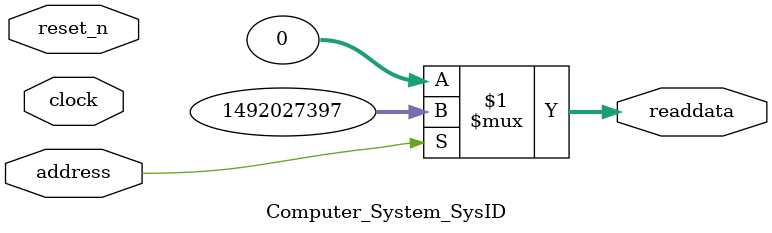
<source format=v>



// synthesis translate_off
`timescale 1ns / 1ps
// synthesis translate_on

// turn off superfluous verilog processor warnings 
// altera message_level Level1 
// altera message_off 10034 10035 10036 10037 10230 10240 10030 

module Computer_System_SysID (
               // inputs:
                address,
                clock,
                reset_n,

               // outputs:
                readdata
             )
;

  output  [ 31: 0] readdata;
  input            address;
  input            clock;
  input            reset_n;

  wire    [ 31: 0] readdata;
  //control_slave, which is an e_avalon_slave
  assign readdata = address ? 1492027397 : 0;

endmodule



</source>
